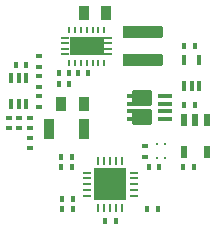
<source format=gtp>
G04*
G04 #@! TF.GenerationSoftware,Altium Limited,Altium Designer,18.1.7 (191)*
G04*
G04 Layer_Color=8421504*
%FSLAX25Y25*%
%MOIN*%
G70*
G01*
G75*
G04:AMPARAMS|DCode=15|XSize=65.35mil|YSize=50.39mil|CornerRadius=2.52mil|HoleSize=0mil|Usage=FLASHONLY|Rotation=180.000|XOffset=0mil|YOffset=0mil|HoleType=Round|Shape=RoundedRectangle|*
%AMROUNDEDRECTD15*
21,1,0.06535,0.04535,0,0,180.0*
21,1,0.06032,0.05039,0,0,180.0*
1,1,0.00504,-0.03016,0.02268*
1,1,0.00504,0.03016,0.02268*
1,1,0.00504,0.03016,-0.02268*
1,1,0.00504,-0.03016,-0.02268*
%
%ADD15ROUNDEDRECTD15*%
G04:AMPARAMS|DCode=16|XSize=47.24mil|YSize=15.75mil|CornerRadius=0.79mil|HoleSize=0mil|Usage=FLASHONLY|Rotation=180.000|XOffset=0mil|YOffset=0mil|HoleType=Round|Shape=RoundedRectangle|*
%AMROUNDEDRECTD16*
21,1,0.04724,0.01417,0,0,180.0*
21,1,0.04567,0.01575,0,0,180.0*
1,1,0.00158,-0.02284,0.00709*
1,1,0.00158,0.02284,0.00709*
1,1,0.00158,0.02284,-0.00709*
1,1,0.00158,-0.02284,-0.00709*
%
%ADD16ROUNDEDRECTD16*%
%ADD17R,0.00906X0.01024*%
%ADD18R,0.02362X0.01575*%
%ADD19R,0.03543X0.05118*%
%ADD20R,0.01575X0.02362*%
%ADD21R,0.10630X0.10630*%
%ADD22O,0.00984X0.03150*%
%ADD23O,0.03150X0.00984*%
%ADD24R,0.02362X0.04134*%
%ADD25R,0.01575X0.03543*%
G04:AMPARAMS|DCode=26|XSize=38.58mil|YSize=133.86mil|CornerRadius=1.93mil|HoleSize=0mil|Usage=FLASHONLY|Rotation=270.000|XOffset=0mil|YOffset=0mil|HoleType=Round|Shape=RoundedRectangle|*
%AMROUNDEDRECTD26*
21,1,0.03858,0.13000,0,0,270.0*
21,1,0.03472,0.13386,0,0,270.0*
1,1,0.00386,-0.06500,-0.01736*
1,1,0.00386,-0.06500,0.01736*
1,1,0.00386,0.06500,0.01736*
1,1,0.00386,0.06500,-0.01736*
%
%ADD26ROUNDEDRECTD26*%
%ADD27R,0.03543X0.06693*%
%ADD28R,0.03051X0.00787*%
%ADD29R,0.11221X0.06221*%
%ADD30O,0.00945X0.02362*%
D15*
X10551Y-1634D02*
D03*
Y4783D02*
D03*
D16*
X18110Y295D02*
D03*
Y-2264D02*
D03*
Y2854D02*
D03*
Y5413D02*
D03*
X7874D02*
D03*
Y2854D02*
D03*
Y295D02*
D03*
Y-2264D02*
D03*
D17*
X18101Y-15204D02*
D03*
X15542D02*
D03*
Y-10716D02*
D03*
X18101D02*
D03*
D18*
X11627Y-11188D02*
D03*
Y-14732D02*
D03*
X-23819Y18701D02*
D03*
Y15157D02*
D03*
Y12008D02*
D03*
Y8465D02*
D03*
X-23819Y5315D02*
D03*
Y1772D02*
D03*
X-26772Y-12008D02*
D03*
Y-8465D02*
D03*
X-30315Y-5315D02*
D03*
Y-1772D02*
D03*
X-26772D02*
D03*
Y-5315D02*
D03*
X-33858D02*
D03*
Y-1772D02*
D03*
D19*
X-1378Y33071D02*
D03*
X-8858Y33071D02*
D03*
X-8858Y2756D02*
D03*
X-16339Y2756D02*
D03*
D20*
X12787Y-18110D02*
D03*
X16331D02*
D03*
X-15945Y-32283D02*
D03*
X-12402D02*
D03*
X-15945Y-28741D02*
D03*
X-12402D02*
D03*
X-16330Y-18110D02*
D03*
X-12787D02*
D03*
Y-14961D02*
D03*
X-16330D02*
D03*
X-1772Y-36221D02*
D03*
X1772D02*
D03*
X12403Y-32283D02*
D03*
X15947D02*
D03*
X27756Y-18110D02*
D03*
X24213D02*
D03*
X28150Y2362D02*
D03*
X24606D02*
D03*
X28150Y22048D02*
D03*
X24606D02*
D03*
X-13583Y9449D02*
D03*
X-17126D02*
D03*
X-13583Y12992D02*
D03*
X-17126D02*
D03*
X-7283Y12992D02*
D03*
X-10827D02*
D03*
X-27953Y15748D02*
D03*
X-31496D02*
D03*
D21*
X0Y-24016D02*
D03*
D22*
X-3937Y-16142D02*
D03*
X-1969D02*
D03*
X0D02*
D03*
X1969D02*
D03*
X3937D02*
D03*
Y-31890D02*
D03*
X1969D02*
D03*
X0D02*
D03*
X-1969D02*
D03*
X-3937D02*
D03*
D23*
X7874Y-20079D02*
D03*
Y-22047D02*
D03*
Y-24016D02*
D03*
Y-25984D02*
D03*
Y-27953D02*
D03*
X-7874D02*
D03*
Y-25984D02*
D03*
Y-24016D02*
D03*
Y-22047D02*
D03*
Y-20079D02*
D03*
D24*
X32087Y-2559D02*
D03*
X28346D02*
D03*
X24606D02*
D03*
Y-13189D02*
D03*
X32087D02*
D03*
D25*
X24606Y8661D02*
D03*
X27165D02*
D03*
X29724D02*
D03*
Y17323D02*
D03*
X24606D02*
D03*
X-33071Y2756D02*
D03*
X-30512D02*
D03*
X-27953D02*
D03*
Y11417D02*
D03*
X-33071D02*
D03*
X-30512D02*
D03*
D26*
X11024Y26713D02*
D03*
Y17382D02*
D03*
D27*
X-8858Y-5512D02*
D03*
X-20276D02*
D03*
D28*
X-738Y24764D02*
D03*
Y22953D02*
D03*
Y21142D02*
D03*
Y19331D02*
D03*
X-15010D02*
D03*
Y21142D02*
D03*
Y22953D02*
D03*
Y24764D02*
D03*
D29*
X-7874Y22047D02*
D03*
D30*
X-13780Y27559D02*
D03*
X-11811D02*
D03*
X-9843D02*
D03*
X-7874D02*
D03*
X-5906D02*
D03*
X-3937D02*
D03*
X-1969D02*
D03*
Y16535D02*
D03*
X-3937D02*
D03*
X-5906D02*
D03*
X-7874D02*
D03*
X-9843D02*
D03*
X-11811D02*
D03*
X-13780D02*
D03*
M02*

</source>
